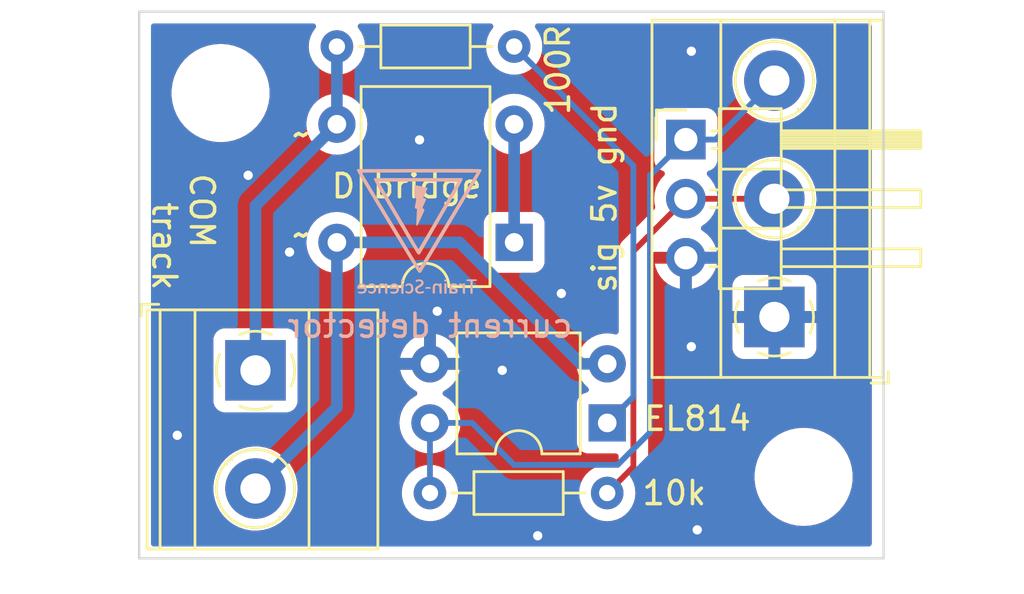
<source format=kicad_pcb>
(kicad_pcb (version 20211014) (generator pcbnew)
  (layers (0 "F.Cu" signal) (31 "B.Cu" signal) (34 "B.Paste" user) (35 "F.Paste" user) (36 "B.SilkS" user "B.Silkscreen") (37 "F.SilkS" user "F.Silkscreen") (38 "B.Mask" user) (39 "F.Mask" user) (44 "Edge.Cuts" user))
  (net 0 "")
  (net 1 "Net-(D1201-Pad1)")
  (net 2 "Net-(D1201-Pad3)")
  (net 3 "Net-(D1201-Pad4)")
  (net 4 "GND")
  (net 5 "+5V")
  (net 6 "sig")
  (net 7 "Net-(R1201-Pad2)")
  (footprint "Connector_PinHeader_2.54mm:PinHeader_1x03_P2.54mm_Horizontal" (layer "F.Cu") (at 173.5 96)
    (fp_text reference "J1203" hide)
    (fp_text value "ter")
    (fp_line (start 1.11 0.38) (end 1.44 0.38) (layer "F.SilkS") (width 0.12))
    (fp_line (start 10.1 0.38) (end 4.1 0.38) (layer "F.SilkS") (width 0.12))
    (fp_line (start 1.44 3.81) (end 4.1 3.81) (layer "F.SilkS") (width 0.12))
    (fp_line (start 4.1 6.41) (end 4.1 -1.33) (layer "F.SilkS") (width 0.12))
    (fp_line (start 4.1 2.16) (end 10.1 2.16) (layer "F.SilkS") (width 0.12))
    (fp_line (start 1.44 6.41) (end 4.1 6.41) (layer "F.SilkS") (width 0.12))
    (fp_line (start -1.27 0) (end -1.27 -1.27) (layer "F.SilkS") (width 0.12))
    (fp_line (start 1.042929 5.46) (end 1.44 5.46) (layer "F.SilkS") (width 0.12))
    (fp_line (start 1.042929 4.7) (end 1.44 4.7) (layer "F.SilkS") (width 0.12))
    (fp_line (start 4.1 -1.33) (end 1.44 -1.33) (layer "F.SilkS") (width 0.12))
    (fp_line (start 10.1 5.46) (end 4.1 5.46) (layer "F.SilkS") (width 0.12))
    (fp_line (start 4.1 -0.2) (end 10.1 -0.2) (layer "F.SilkS") (width 0.12))
    (fp_line (start 10.1 2.92) (end 4.1 2.92) (layer "F.SilkS") (width 0.12))
    (fp_line (start 4.1 -0.38) (end 10.1 -0.38) (layer "F.SilkS") (width 0.12))
    (fp_line (start 4.1 4.7) (end 10.1 4.7) (layer "F.SilkS") (width 0.12))
    (fp_line (start 4.1 0.04) (end 10.1 0.04) (layer "F.SilkS") (width 0.12))
    (fp_line (start 4.1 -0.32) (end 10.1 -0.32) (layer "F.SilkS") (width 0.12))
    (fp_line (start 10.1 4.7) (end 10.1 5.46) (layer "F.SilkS") (width 0.12))
    (fp_line (start 1.44 -1.33) (end 1.44 6.41) (layer "F.SilkS") (width 0.12))
    (fp_line (start 10.1 2.16) (end 10.1 2.92) (layer "F.SilkS") (width 0.12))
    (fp_line (start 4.1 -0.08) (end 10.1 -0.08) (layer "F.SilkS") (width 0.12))
    (fp_line (start -1.27 -1.27) (end 0 -1.27) (layer "F.SilkS") (width 0.12))
    (fp_line (start 4.1 0.16) (end 10.1 0.16) (layer "F.SilkS") (width 0.12))
    (fp_line (start 10.1 -0.38) (end 10.1 0.38) (layer "F.SilkS") (width 0.12))
    (fp_line (start 1.11 -0.38) (end 1.44 -0.38) (layer "F.SilkS") (width 0.12))
    (fp_line (start 1.042929 2.16) (end 1.44 2.16) (layer "F.SilkS") (width 0.12))
    (fp_line (start 4.1 0.28) (end 10.1 0.28) (layer "F.SilkS") (width 0.12))
    (fp_line (start 1.44 1.27) (end 4.1 1.27) (layer "F.SilkS") (width 0.12))
    (fp_line (start 1.042929 2.92) (end 1.44 2.92) (layer "F.SilkS") (width 0.12))
    (pad "1" thru_hole rect (at 0 0) (size 1.7 1.7) (drill 1) (layers *.Cu *.Mask) (net 6 "sig"))
    (pad "2" thru_hole oval (at 0 2.54) (size 1.7 1.7) (drill 1) (layers *.Cu *.Mask) (net 5 "+5V"))
    (pad "3" thru_hole oval (at 0 5.08) (size 1.7 1.7) (drill 1) (layers *.Cu *.Mask) (net 4 "GND"))
  )
  (footprint "MountingHole:MountingHole_3.2mm_M3" (layer "F.Cu") (at 153.5 94)
    (fp_text reference "REF**" hide)
    (fp_text value "MountingHole_3.2mm_M3")
    (pad "" np_thru_hole circle (at 0 0) (size 3.2 3.2) (drill 3.2) (layers F&B.Cu *.Mask))
  )
  (footprint "Resistor_THT:R_Axial_DIN0204_L3.6mm_D1.6mm_P7.62mm_Horizontal" (layer "F.Cu") (at 170.12 111.194 180)
    (fp_text reference "R1202" hide)
    (fp_text value "10k" (at -2.88 0) (layer "F.SilkS"))
    (fp_line (start 5.73 0.92) (end 5.73 -0.92) (layer "F.SilkS") (width 0.12))
    (fp_line (start 5.73 -0.92) (end 1.89 -0.92) (layer "F.SilkS") (width 0.12))
    (fp_line (start 1.89 -0.92) (end 1.89 0.92) (layer "F.SilkS") (width 0.12))
    (fp_line (start 0.94 0) (end 1.89 0) (layer "F.SilkS") (width 0.12))
    (fp_line (start 6.68 0) (end 5.73 0) (layer "F.SilkS") (width 0.12))
    (fp_line (start 1.89 0.92) (end 5.73 0.92) (layer "F.SilkS") (width 0.12))
    (pad "1" thru_hole circle (at 0 0 180) (size 1.4 1.4) (drill 0.7) (layers *.Cu *.Mask) (net 5 "+5V"))
    (pad "2" thru_hole oval (at 7.62 0 180) (size 1.4 1.4) (drill 0.7) (layers *.Cu *.Mask) (net 6 "sig"))
  )
  (footprint "MountingHole:MountingHole_3.2mm_M3" (layer "F.Cu") (at 178.562 110.5)
    (fp_text reference "REF**" hide)
    (fp_text value "MountingHole_3.2mm_M3")
    (pad "" np_thru_hole circle (at 0 0) (size 3.2 3.2) (drill 3.2) (layers *.Cu *.Mask))
  )
  (footprint "TerminalBlock_Phoenix:TerminalBlock_Phoenix_MKDS-1,5-3-5.08_1x03_P5.08mm_Horizontal" (layer "F.Cu") (at 177.305 103.625 90)
    (fp_text reference "J1202" hide)
    (fp_text value "ter")
    (fp_line (start 9.126 1.239) (end 9.091 1.274) (layer "F.SilkS") (width 0.12))
    (fp_line (start 8.933 1.023) (end 8.886 1.069) (layer "F.SilkS") (width 0.12))
    (fp_line (start 6.355 -1.069) (end 6.308 -1.023) (layer "F.SilkS") (width 0.12))
    (fp_line (start -2.84 4.16) (end -2.84 4.9) (layer "F.SilkS") (width 0.12))
    (fp_line (start 3.853 1.023) (end 3.806 1.069) (layer "F.SilkS") (width 0.12))
    (fp_line (start -2.6 4.1) (end 12.76 4.1) (layer "F.SilkS") (width 0.12))
    (fp_line (start -2.6 -5.261) (end -2.6 4.66) (layer "F.SilkS") (width 0.12))
    (fp_line (start -2.6 -5.261) (end 12.76 -5.261) (layer "F.SilkS") (width 0.12))
    (fp_line (start 11.23 -1.275) (end 11.195 -1.239) (layer "F.SilkS") (width 0.12))
    (fp_line (start -2.6 4.66) (end 12.76 4.66) (layer "F.SilkS") (width 0.12))
    (fp_line (start 6.15 -1.275) (end 6.115 -1.239) (layer "F.SilkS") (width 0.12))
    (fp_line (start -2.84 4.9) (end -2.34 4.9) (layer "F.SilkS") (width 0.12))
    (fp_line (start -2.6 -2.301) (end 12.76 -2.301) (layer "F.SilkS") (width 0.12))
    (fp_line (start 4.046 1.239) (end 4.011 1.274) (layer "F.SilkS") (width 0.12))
    (fp_line (start 11.435 -1.069) (end 11.388 -1.023) (layer "F.SilkS") (width 0.12))
    (fp_line (start 12.76 -5.261) (end 12.76 4.66) (layer "F.SilkS") (width 0.12))
    (fp_line (start -2.6 2.6) (end 12.76 2.6) (layer "F.SilkS") (width 0.12))
    (fp_arc (start -0.683042 -1.535427) (mid 0.000524 -1.680501) (end 0.684 -1.535) (layer "F.SilkS") (width 0.12))
    (fp_arc (start -1.535427 0.683042) (mid -1.680501 -0.000524) (end -1.535 -0.684) (layer "F.SilkS") (width 0.12))
    (fp_arc (start 1.535427 -0.683042) (mid 1.680501 0.000524) (end 1.535 0.684) (layer "F.SilkS") (width 0.12))
    (fp_arc (start 0.028805 1.680253) (mid -0.335551 1.646659) (end -0.684 1.535) (layer "F.SilkS") (width 0.12))
    (fp_arc (start 0.683318 1.534756) (mid 0.349292 1.643288) (end 0 1.68) (layer "F.SilkS") (width 0.12))
    (fp_circle (center 5.08 0) (end 6.76 0) (layer "F.SilkS") (width 0.12) (fill none))
    (fp_circle (center 10.16 0) (end 11.84 0) (layer "F.SilkS") (width 0.12) (fill none))
    (pad "1" thru_hole rect (at 0 0 90) (size 2.6 2.6) (drill 1.3) (layers *.Cu *.Mask) (net 4 "GND"))
    (pad "2" thru_hole circle (at 5.08 0 90) (size 2.6 2.6) (drill 1.3) (layers *.Cu *.Mask) (net 5 "+5V"))
    (pad "3" thru_hole circle (at 10.16 0 90) (size 2.6 2.6) (drill 1.3) (layers *.Cu *.Mask) (net 6 "sig"))
  )
  (footprint "TerminalBlock_Phoenix:TerminalBlock_Phoenix_MKDS-1,5-2-5.08_1x02_P5.08mm_Horizontal" (layer "F.Cu") (at 155 105.92 -90)
    (fp_text reference "J1201" hide)
    (fp_text value "tracks")
    (fp_line (start 6.355 -1.069) (end 6.308 -1.023) (layer "F.SilkS") (width 0.12))
    (fp_line (start 3.853 1.023) (end 3.806 1.069) (layer "F.SilkS") (width 0.12))
    (fp_line (start -2.6 -5.261) (end -2.6 4.66) (layer "F.SilkS") (width 0.12))
    (fp_line (start 6.15 -1.275) (end 6.115 -1.239) (layer "F.SilkS") (width 0.12))
    (fp_line (start 4.046 1.239) (end 4.011 1.274) (layer "F.SilkS") (width 0.12))
    (fp_line (start -2.6 4.66) (end 7.68 4.66) (layer "F.SilkS") (width 0.12))
    (fp_line (start -2.84 4.16) (end -2.84 4.9) (layer "F.SilkS") (width 0.12))
    (fp_line (start -2.6 -5.261) (end 7.68 -5.261) (layer "F.SilkS") (width 0.12))
    (fp_line (start -2.84 4.9) (end -2.34 4.9) (layer "F.SilkS") (width 0.12))
    (fp_line (start -2.6 -2.301) (end 7.68 -2.301) (layer "F.SilkS") (width 0.12))
    (fp_line (start -2.6 2.6) (end 7.68 2.6) (layer "F.SilkS") (width 0.12))
    (fp_line (start -2.6 4.1) (end 7.68 4.1) (layer "F.SilkS") (width 0.12))
    (fp_line (start 7.68 -5.261) (end 7.68 4.66) (layer "F.SilkS") (width 0.12))
    (fp_arc (start -0.683042 -1.535427) (mid 0.000524 -1.680501) (end 0.684 -1.535) (layer "F.SilkS") (width 0.12))
    (fp_arc (start -1.535427 0.683042) (mid -1.680501 -0.000524) (end -1.535 -0.684) (layer "F.SilkS") (width 0.12))
    (fp_arc (start 0.028805 1.680253) (mid -0.335551 1.646659) (end -0.684 1.535) (layer "F.SilkS") (width 0.12))
    (fp_arc (start 1.535427 -0.683042) (mid 1.680501 0.000524) (end 1.535 0.684) (layer "F.SilkS") (width 0.12))
    (fp_arc (start 0.683318 1.534756) (mid 0.349292 1.643288) (end 0 1.68) (layer "F.SilkS") (width 0.12))
    (fp_circle (center 5.08 0) (end 6.76 0) (layer "F.SilkS") (width 0.12) (fill none))
    (pad "1" thru_hole rect (at 0 0 270) (size 2.6 2.6) (drill 1.3) (layers *.Cu *.Mask) (net 2 "Net-(D1201-Pad3)"))
    (pad "2" thru_hole circle (at 5.08 0 270) (size 2.6 2.6) (drill 1.3) (layers *.Cu *.Mask) (net 3 "Net-(D1201-Pad4)"))
  )
  (footprint "Diode_THT:Diode_Bridge_DIP-4_W7.62mm_P5.08mm" (layer "F.Cu") (at 166.12 100.42 180)
    (fp_text reference "D1201" hide)
    (fp_text value "D")
    (fp_line (start 1.04 -1.9) (end 1.04 6.7) (layer "F.SilkS") (width 0.12))
    (fp_line (start 6.58 -1.9) (end 4.81 -1.9) (layer "F.SilkS") (width 0.12))
    (fp_line (start 2.81 -1.9) (end 1.04 -1.9) (layer "F.SilkS") (width 0.12))
    (fp_line (start 1.04 6.7) (end 6.58 6.7) (layer "F.SilkS") (width 0.12))
    (fp_line (start 6.58 6.7) (end 6.58 -1.9) (layer "F.SilkS") (width 0.12))
    (fp_arc (start 4.81 -1.9) (mid 3.81 -0.9) (end 2.81 -1.9) (layer "F.SilkS") (width 0.12))
    (pad "1" thru_hole rect (at 0 0 180) (size 1.6 1.6) (drill 0.8) (layers *.Cu *.Mask) (net 1 "Net-(D1201-Pad1)"))
    (pad "2" thru_hole oval (at 0 5.08 180) (size 1.6 1.6) (drill 0.8) (layers *.Cu *.Mask) (net 1 "Net-(D1201-Pad1)"))
    (pad "3" thru_hole oval (at 7.62 5.08 180) (size 1.6 1.6) (drill 0.8) (layers *.Cu *.Mask) (net 2 "Net-(D1201-Pad3)"))
    (pad "4" thru_hole oval (at 7.62 0 180) (size 1.6 1.6) (drill 0.8) (layers *.Cu *.Mask) (net 3 "Net-(D1201-Pad4)"))
  )
  (footprint "Resistor_THT:R_Axial_DIN0204_L3.6mm_D1.6mm_P7.62mm_Horizontal" (layer "F.Cu") (at 158.5 92)
    (fp_text reference "R1201" hide)
    (fp_text value "100R" (at 9.5 1 90) (layer "F.SilkS"))
    (fp_line (start 1.89 -0.92) (end 1.89 0.92) (layer "F.SilkS") (width 0.12))
    (fp_line (start 5.73 0.92) (end 5.73 -0.92) (layer "F.SilkS") (width 0.12))
    (fp_line (start 0.94 0) (end 1.89 0) (layer "F.SilkS") (width 0.12))
    (fp_line (start 1.89 0.92) (end 5.73 0.92) (layer "F.SilkS") (width 0.12))
    (fp_line (start 5.73 -0.92) (end 1.89 -0.92) (layer "F.SilkS") (width 0.12))
    (fp_line (start 6.68 0) (end 5.73 0) (layer "F.SilkS") (width 0.12))
    (pad "1" thru_hole circle (at 0 0) (size 1.4 1.4) (drill 0.7) (layers *.Cu *.Mask) (net 2 "Net-(D1201-Pad3)"))
    (pad "2" thru_hole oval (at 7.62 0) (size 1.4 1.4) (drill 0.7) (layers *.Cu *.Mask) (net 7 "Net-(R1201-Pad2)"))
  )
  (footprint "Package_DIP:DIP-4_W7.62mm" (layer "F.Cu") (at 170.12 108.18 180)
    (fp_text reference "U1201" hide)
    (fp_text value "EL814" (at -3.88 0.18 180) (layer "F.SilkS"))
    (fp_line (start 1.16 -1.33) (end 1.16 3.87) (layer "F.SilkS") (width 0.12))
    (fp_line (start 2.81 -1.33) (end 1.16 -1.33) (layer "F.SilkS") (width 0.12))
    (fp_line (start 6.46 -1.33) (end 4.81 -1.33) (layer "F.SilkS") (width 0.12))
    (fp_line (start 1.16 3.87) (end 6.46 3.87) (layer "F.SilkS") (width 0.12))
    (fp_line (start 6.46 3.87) (end 6.46 -1.33) (layer "F.SilkS") (width 0.12))
    (fp_arc (start 4.81 -1.33) (mid 3.81 -0.33) (end 2.81 -1.33) (layer "F.SilkS") (width 0.12))
    (pad "1" thru_hole rect (at 0 0 180) (size 1.6 1.6) (drill 0.8) (layers *.Cu *.Mask) (net 7 "Net-(R1201-Pad2)"))
    (pad "2" thru_hole oval (at 0 2.54 180) (size 1.6 1.6) (drill 0.8) (layers *.Cu *.Mask) (net 3 "Net-(D1201-Pad4)"))
    (pad "3" thru_hole oval (at 7.62 2.54 180) (size 1.6 1.6) (drill 0.8) (layers *.Cu *.Mask) (net 4 "GND"))
    (pad "4" thru_hole oval (at 7.62 0 180) (size 1.6 1.6) (drill 0.8) (layers *.Cu *.Mask) (net 6 "sig"))
  )
  (footprint "kicad_images:Train-Science logo extra small" (layer "B.Cu") (at 162 100 180)
    (fp_text reference "G***" hide)
    (fp_text value "LOGO" hide)
    (fp_poly (pts (xy 2.072112 -2.190956) (xy 2.124247 -2.216735) (xy 2.154036 -2.252216) (xy 2.154868 -2.286779) (xy 2.142108 -2.310032) (xy 2.123704 -2.304382) (xy 2.106702 -2.289785) (xy 2.053139 -2.262979) (xy 1.992251 -2.262345) (xy 1.941646 -2.288016) (xy 1.94112 -2.288537) (xy 1.919354 -2.332273) (xy 1.911043 -2.395105) (xy 1.916187 -2.459948) (xy 1.934785 -2.509718) (xy 1.94112 -2.51739) (xy 1.991469 -2.543413) (xy 2.052336 -2.543129) (xy 2.106113 -2.516671) (xy 2.106702 -2.516142) (xy 2.133846 -2.49538) (xy 2.147895 -2.503056) (xy 2.154868 -2.519148) (xy 2.152137 -2.558319) (xy 2.119189 -2.592887) (xy 2.064389 -2.616999) (xy 2.003672 -2.624924) (xy 1.940682 -2.616497) (xy 1.888878 -2.585336) (xy 1.86844 -2.566243) (xy 1.835965 -2.53065) (xy 1.819472 -2.498122) (xy 1.814986 -2.454662) (xy 1.81829 -2.389623) (xy 1.836547 -2.292122) (xy 1.875929 -2.226132) (xy 1.93806 -2.189851) (xy 2.006233 -2.181003)) (layer "B.SilkS") (width 0) (fill solid))
    (fp_poly (pts (xy 0.726313 -2.017804) (xy 0.740691 -2.036968) (xy 0.744356 -2.078768) (xy 0.715254 -2.100383) (xy 0.682701 -2.103799) (xy 0.64718 -2.09718) (xy 0.639285 -2.070697) (xy 0.640413 -2.060372) (xy 0.659161 -2.025477) (xy 0.692883 -2.0101)) (layer "B.SilkS") (width 0) (fill solid))
    (fp_poly (pts (xy -1.126574 -2.017804) (xy -1.112197 -2.036968) (xy -1.108531 -2.078768) (xy -1.137633 -2.100383) (xy -1.170187 -2.103799) (xy -1.205707 -2.09718) (xy -1.213602 -2.070697) (xy -1.212475 -2.060372) (xy -1.193726 -2.025477) (xy -1.160005 -2.0101)) (layer "B.SilkS") (width 0) (fill solid))
    (fp_poly (pts (xy -2.200106 -2.007669) (xy -2.13421 -2.009497) (xy -2.094159 -2.013835) (xy -2.073573 -2.02174) (xy -2.066075 -2.034267) (xy -2.065198 -2.045897) (xy -2.070881 -2.07002) (xy -2.094478 -2.081427) (xy -2.145812 -2.084484) (xy -2.152052 -2.084499) (xy -2.238906 -2.084499) (xy -2.238906 -2.624924) (xy -2.33541 -2.624924) (xy -2.33541 -2.086614) (xy -2.426916 -2.080731) (xy -2.487224 -2.072868) (xy -2.51744 -2.057099) (xy -2.524836 -2.041072) (xy -2.52432 -2.026811) (xy -2.512291 -2.01722) (xy -2.482653 -2.011388) (xy -2.42931 -2.008408) (xy -2.346166 -2.00737) (xy -2.298224 -2.007295)) (layer "B.SilkS") (width 0) (fill solid))
    (fp_poly (pts (xy -1.442096 -2.185799) (xy -1.394854 -2.204002) (xy -1.364141 -2.241338) (xy -1.34609 -2.303531) (xy -1.336833 -2.396306) (xy -1.334848 -2.439941) (xy -1.328283 -2.617699) (xy -1.471473 -2.62062) (xy -1.565443 -2.618701) (xy -1.627965 -2.607787) (xy -1.656572 -2.594186) (xy -1.689513 -2.550255) (xy -1.697789 -2.492626) (xy -1.694659 -2.482972) (xy -1.596809 -2.482972) (xy -1.595494 -2.517472) (xy -1.569133 -2.539601) (xy -1.523793 -2.547288) (xy -1.476622 -2.539689) (xy -1.451429 -2.524559) (xy -1.431509 -2.486329) (xy -1.428268 -2.464131) (xy -1.433578 -2.440308) (xy -1.456532 -2.433472) (xy -1.49898 -2.438339) (xy -1.565777 -2.456134) (xy -1.596809 -2.482972) (xy -1.694659 -2.482972) (xy -1.680168 -2.438278) (xy -1.668878 -2.424371) (xy -1.627712 -2.398541) (xy -1.565442 -2.374625) (xy -1.499369 -2.35844) (xy -1.462044 -2.354819) (xy -1.433348 -2.341718) (xy -1.432414 -2.307443) (xy -1.445968 -2.279437) (xy -1.467954 -2.263857) (xy -1.512198 -2.259495) (xy -1.571128 -2.263567) (xy -1.634915 -2.268059) (xy -1.668379 -2.263989) (xy -1.679069 -2.250256) (xy -1.679179 -2.247841) (xy -1.661171 -2.214242) (xy -1.610156 -2.191488) (xy -1.53065 -2.18136) (xy -1.509732 -2.181003)) (layer "B.SilkS") (width 0) (fill solid))
    (fp_poly (pts (xy -1.119453 -2.624924) (xy -1.215958 -2.624924) (xy -1.215958 -2.181003) (xy -1.119453 -2.181003)) (layer "B.SilkS") (width 0) (fill solid))
    (fp_poly (pts (xy 2.513262 -2.19758) (xy 2.574089 -2.240898) (xy 2.614355 -2.301333) (xy 2.624924 -2.353227) (xy 2.624924 -2.412614) (xy 2.470517 -2.412614) (xy 2.393454 -2.413475) (xy 2.347256 -2.417297) (xy 2.324202 -2.425943) (xy 2.316572 -2.441273) (xy 2.316109 -2.449837) (xy 2.330299 -2.503072) (xy 2.373849 -2.534374) (xy 2.448233 -2.544508) (xy 2.493539 -2.542243) (xy 2.558568 -2.538293) (xy 2.593253 -2.542247) (xy 2.605262 -2.555297) (xy 2.605623 -2.559679) (xy 2.588548 -2.590828) (xy 2.54406 -2.612228) (xy 2.482265 -2.623208) (xy 2.413269 -2.623098) (xy 2.347179 -2.611227) (xy 2.2941 -2.586925) (xy 2.286335 -2.58086) (xy 2.247287 -2.532342) (xy 2.227312 -2.464478) (xy 2.224882 -2.446074) (xy 2.227269 -2.343018) (xy 2.236445 -2.31997) (xy 2.316109 -2.31997) (xy 2.333565 -2.328427) (xy 2.378593 -2.334035) (xy 2.422264 -2.33541) (xy 2.480406 -2.332871) (xy 2.518964 -2.326322) (xy 2.528419 -2.31997) (xy 2.511143 -2.286947) (xy 2.467073 -2.264306) (xy 2.422264 -2.258207) (xy 2.365507 -2.268259) (xy 2.326592 -2.293899) (xy 2.316109 -2.31997) (xy 2.236445 -2.31997) (xy 2.258961 -2.263418) (xy 2.318189 -2.209435) (xy 2.403182 -2.183229) (xy 2.442091 -2.181003)) (layer "B.SilkS") (width 0) (fill solid))
    (fp_poly (pts (xy 0.048233 -2.016729) (xy 0.098011 -2.04339) (xy 0.115804 -2.084815) (xy 0.115805 -2.085178) (xy 0.102031 -2.115739) (xy 0.072745 -2.122259) (xy 0.048252 -2.103799) (xy 0.019552 -2.088475) (xy -0.028396 -2.085147) (xy -0.07846 -2.092899) (xy -0.113509 -2.110817) (xy -0.115037 -2.112524) (xy -0.130725 -2.15607) (xy -0.108498 -2.202273) (xy -0.04889 -2.250355) (xy -0.002415 -2.276288) (xy 0.081602 -2.327613) (xy 0.129929 -2.380905) (xy 0.145383 -2.440825) (xy 0.134193 -2.502236) (xy 0.098374 -2.563371) (xy 0.057253 -2.596308) (xy -0.011058 -2.61793) (xy -0.090529 -2.623721) (xy -0.164493 -2.61377) (xy -0.208016 -2.594878) (xy -0.241994 -2.561284) (xy -0.251396 -2.531581) (xy -0.236285 -2.515128) (xy -0.207485 -2.517524) (xy -0.118149 -2.538086) (xy -0.044971 -2.543267) (xy 0.003495 -2.532632) (xy 0.009466 -2.528573) (xy 0.037084 -2.485332) (xy 0.033179 -2.435705) (xy 0.001689 -2.388562) (xy -0.05345 -2.352773) (xy -0.071396 -2.346355) (xy -0.112769 -2.324951) (xy -0.161824 -2.288201) (xy -0.172726 -2.278426) (xy -0.219263 -2.215139) (xy -0.231246 -2.150779) (xy -0.212014 -2.091638) (xy -0.164905 -2.044013) (xy -0.093256 -2.014199) (xy -0.028952 -2.007295)) (layer "B.SilkS") (width 0) (fill solid))
    (fp_poly (pts (xy -0.707308 -2.189663) (xy -0.663479 -2.218624) (xy -0.635598 -2.272362) (xy -0.621173 -2.35535) (xy -0.617629 -2.453819) (xy -0.618028 -2.535305) (xy -0.620633 -2.585674) (xy -0.627552 -2.61241) (xy -0.640899 -2.622997) (xy -0.662782 -2.62492) (xy -0.665882 -2.624924) (xy -0.68991 -2.623254) (xy -0.704249 -2.612967) (xy -0.7114 -2.586147) (xy -0.713862 -2.534877) (xy -0.714134 -2.472095) (xy -0.715556 -2.395622) (xy -0.719322 -2.331846) (xy -0.724676 -2.29256) (xy -0.725849 -2.288737) (xy -0.753462 -2.263545) (xy -0.800164 -2.26112) (xy -0.85384 -2.281505) (xy -0.864247 -2.288253) (xy -0.885996 -2.307597) (xy -0.898891 -2.334302) (xy -0.905174 -2.377949) (xy -0.907085 -2.448121) (xy -0.907143 -2.471611) (xy -0.907666 -2.547861) (xy -0.910894 -2.593413) (xy -0.919314 -2.616171) (xy -0.935414 -2.624039) (xy -0.955395 -2.624924) (xy -1.003648 -2.624924) (xy -1.003648 -2.402964) (xy -1.003415 -2.307802) (xy -1.001798 -2.24467) (xy -0.997414 -2.206996) (xy -0.988884 -2.188208) (xy -0.974824 -2.181734) (xy -0.957004 -2.181003) (xy -0.917752 -2.189839) (xy -0.901514 -2.205129) (xy -0.888625 -2.219577) (xy -0.867094 -2.205129) (xy -0.831691 -2.189067) (xy -0.778237 -2.181171) (xy -0.769577 -2.181003)) (layer "B.SilkS") (width 0) (fill solid))
    (fp_poly (pts (xy 0.733434 -2.624924) (xy 0.63693 -2.624924) (xy 0.63693 -2.181003) (xy 0.733434 -2.181003)) (layer "B.SilkS") (width 0) (fill solid))
    (fp_poly (pts (xy 1.628102 -2.189663) (xy 1.671931 -2.218624) (xy 1.699812 -2.272362) (xy 1.714238 -2.35535) (xy 1.717781 -2.453819) (xy 1.717382 -2.535305) (xy 1.714778 -2.585674) (xy 1.707858 -2.61241) (xy 1.694512 -2.622997) (xy 1.672629 -2.62492) (xy 1.669529 -2.624924) (xy 1.645501 -2.623254) (xy 1.631161 -2.612967) (xy 1.62401 -2.586147) (xy 1.621549 -2.534877) (xy 1.621276 -2.472095) (xy 1.619854 -2.395622) (xy 1.616089 -2.331846) (xy 1.610734 -2.29256) (xy 1.609561 -2.288737) (xy 1.581948 -2.263545) (xy 1.535246 -2.26112) (xy 1.48157 -2.281505) (xy 1.471164 -2.288253) (xy 1.449414 -2.307597) (xy 1.436519 -2.334302) (xy 1.430236 -2.377949) (xy 1.428325 -2.448121) (xy 1.428267 -2.471611) (xy 1.427744 -2.547861) (xy 1.424516 -2.593413) (xy 1.416096 -2.616171) (xy 1.399996 -2.624039) (xy 1.380015 -2.624924) (xy 1.331763 -2.624924) (xy 1.331763 -2.402964) (xy 1.331995 -2.307802) (xy 1.333612 -2.24467) (xy 1.337996 -2.206996) (xy 1.346527 -2.188208) (xy 1.360586 -2.181734) (xy 1.378407 -2.181003) (xy 1.417658 -2.189839) (xy 1.433897 -2.205129) (xy 1.446785 -2.219577) (xy 1.468317 -2.205129) (xy 1.503719 -2.189067) (xy 1.557173 -2.181171) (xy 1.565833 -2.181003)) (layer "B.SilkS") (width 0) (fill solid))
    (fp_poly (pts (xy 0.470136 -2.190956) (xy 0.522272 -2.216735) (xy 0.552061 -2.252216) (xy 0.552892 -2.286779) (xy 0.540132 -2.310032) (xy 0.521729 -2.304382) (xy 0.504727 -2.289785) (xy 0.451163 -2.262979) (xy 0.390275 -2.262345) (xy 0.33967 -2.288016) (xy 0.339144 -2.288537) (xy 0.317742 -2.331299) (xy 0.308868 -2.397127) (xy 0.308814 -2.402964) (xy 0.316518 -2.470009) (xy 0.337059 -2.515157) (xy 0.339144 -2.51739) (xy 0.389493 -2.543413) (xy 0.45036 -2.543129) (xy 0.504137 -2.516671) (xy 0.504727 -2.516142) (xy 0.531871 -2.49538) (xy 0.545919 -2.503056) (xy 0.552892 -2.519148) (xy 0.550161 -2.558319) (xy 0.517214 -2.592887) (xy 0.462413 -2.616999) (xy 0.401696 -2.624924) (xy 0.338706 -2.616497) (xy 0.286902 -2.585336) (xy 0.266464 -2.566243) (xy 0.23399 -2.53065) (xy 0.217496 -2.498122) (xy 0.21301 -2.454662) (xy 0.216314 -2.389623) (xy 0.234571 -2.292122) (xy 0.273953 -2.226132) (xy 0.336085 -2.189851) (xy 0.404257 -2.181003)) (layer "B.SilkS") (width 0) (fill solid))
    (fp_poly (pts (xy -0.367363 -2.338582) (xy -0.319727 -2.351571) (xy -0.294204 -2.374803) (xy -0.293084 -2.378837) (xy -0.294347 -2.397077) (xy -0.312035 -2.407325) (xy -0.353942 -2.411769) (xy -0.413555 -2.412614) (xy -0.484592 -2.410671) (xy -0.524229 -2.403784) (xy -0.53952 -2.390362) (xy -0.540426 -2.38403) (xy -0.523644 -2.358558) (xy -0.481252 -2.342326) (xy -0.425182 -2.335583)) (layer "B.SilkS") (width 0) (fill solid))
    (fp_poly (pts (xy 0.150175 2.037262) (xy 0.154869 2.014727) (xy 0.159603 1.961211) (xy 0.163869 1.884333) (xy 0.167162 1.791711) (xy 0.167569 1.775743) (xy 0.169759 1.673339) (xy 0.169869 1.602577) (xy 0.166925 1.556512) (xy 0.159954 1.528198) (xy 0.147982 1.510692) (xy 0.130034 1.497049) (xy 0.12833 1.495929) (xy 0.106343 1.477105) (xy 0.094636 1.451334) (xy 0.09303 1.411229) (xy 0.101348 1.349403) (xy 0.119413 1.258471) (xy 0.122301 1.244909) (xy 0.140411 1.155685) (xy 0.148735 1.096849) (xy 0.146766 1.061318) (xy 0.133995 1.042009) (xy 0.109913 1.031839) (xy 0.106948 1.031073) (xy 0.056354 1.018375) (xy 0.067811 0.803526) (xy 0.073361 0.700465) (xy 0.079032 0.596846) (xy 0.084004 0.507572) (xy 0.086391 0.465728) (xy 0.088572 0.36956) (xy 0.081777 0.31093) (xy 0.065975 0.289825) (xy 0.041135 0.306232) (xy 0.007226 0.360136) (xy -0.021752 0.419795) (xy -0.056891 0.497371) (xy -0.091022 0.572933) (xy -0.115481 0.62728) (xy -0.141468 0.684714) (xy -0.176101 0.760597) (xy -0.211287 0.837205) (xy -0.246103 0.920813) (xy -0.25952 0.977777) (xy -0.251563 1.013563) (xy -0.222259 1.033637) (xy -0.212213 1.036682) (xy -0.181115 1.046874) (xy -0.173708 1.051749) (xy -0.181048 1.071874) (xy -0.200227 1.117432) (xy -0.226988 1.178773) (xy -0.257072 1.246244) (xy -0.286218 1.310195) (xy -0.310044 1.360714) (xy -0.332098 1.409483) (xy -0.336669 1.436627) (xy -0.32435 1.45463) (xy -0.31486 1.462044) (xy -0.2711 1.482378) (xy -0.247223 1.48617) (xy -0.217862 1.489823) (xy -0.21231 1.4941) (xy -0.219906 1.51504) (xy -0.2399 1.561656) (xy -0.268097 1.624772) (xy -0.300305 1.69521) (xy -0.33233 1.763791) (xy -0.359979 1.821338) (xy -0.378004 1.856753) (xy -0.395457 1.894623) (xy -0.390765 1.914701) (xy -0.372067 1.926848) (xy -0.319755 1.946586) (xy -0.236962 1.966055) (xy -0.164058 1.979219) (xy -0.114212 1.988993) (xy -0.043976 2.004504) (xy 0.016327 2.018748) (xy 0.080588 2.032421) (xy 0.128954 2.038984)) (layer "B.SilkS") (width 0) (fill solid))
    (fp_poly (pts (xy 1.123597 -2.19758) (xy 1.184423 -2.240898) (xy 1.22469 -2.301333) (xy 1.235258 -2.353227) (xy 1.235258 -2.412614) (xy 1.080851 -2.412614) (xy 1.003788 -2.413475) (xy 0.95759 -2.417297) (xy 0.934537 -2.425943) (xy 0.926907 -2.441273) (xy 0.926444 -2.449837) (xy 0.940633 -2.503072) (xy 0.984183 -2.534374) (xy 1.058567 -2.544508) (xy 1.103874 -2.542243) (xy 1.168903 -2.538293) (xy 1.203587 -2.542247) (xy 1.215596 -2.555297) (xy 1.215957 -2.559679) (xy 1.198882 -2.590828) (xy 1.154394 -2.612228) (xy 1.092599 -2.623208) (xy 1.023603 -2.623098) (xy 0.957513 -2.611227) (xy 0.904434 -2.586925) (xy 0.89667 -2.58086) (xy 0.857621 -2.532342) (xy 0.837646 -2.464478) (xy 0.835217 -2.446074) (xy 0.837603 -2.343018) (xy 0.84678 -2.31997) (xy 0.926444 -2.31997) (xy 0.943899 -2.328427) (xy 0.988927 -2.334035) (xy 1.032599 -2.33541) (xy 1.09074 -2.332871) (xy 1.129298 -2.326322) (xy 1.138754 -2.31997) (xy 1.121477 -2.286947) (xy 1.077407 -2.264306) (xy 1.032599 -2.258207) (xy 0.975841 -2.268259) (xy 0.936926 -2.293899) (xy 0.926444 -2.31997) (xy 0.84678 -2.31997) (xy 0.869296 -2.263418) (xy 0.928523 -2.209435) (xy 1.013516 -2.183229) (xy 1.052426 -2.181003)) (layer "B.SilkS") (width 0) (fill solid))
    (fp_poly (pts (xy 1.906094 2.296808) (xy 1.900001 2.275901) (xy 1.879419 2.231428) (xy 1.843801 2.162423) (xy 1.792601 2.067921) (xy 1.725272 1.946953) (xy 1.641268 1.798555) (xy 1.540041 1.62176) (xy 1.421046 1.415601) (xy 1.283736 1.179111) (xy 1.127564 0.911325) (xy 0.978323 0.656231) (xy 0.820564 0.387063) (xy 0.681026 0.149372) (xy 0.558541 -0.058745) (xy 0.45194 -0.23919) (xy 0.360056 -0.393866) (xy 0.28172 -0.524675) (xy 0.215764 -0.63352) (xy 0.16102 -0.722304) (xy 0.11632 -0.792928) (xy 0.080495 -0.847296) (xy 0.052377 -0.887309) (xy 0.030799 -0.91487) (xy 0.014591 -0.931882) (xy 0.002586 -0.940248) (xy -0.002979 -0.941895) (xy -0.047261 -0.937287) (xy -0.070916 -0.922594) (xy -0.083197 -0.902588) (xy -0.113429 -0.851529) (xy -0.160236 -0.771778) (xy -0.222244 -0.665697) (xy -0.298077 -0.53565) (xy -0.386362 -0.383997) (xy -0.485723 -0.213102) (xy -0.594784 -0.025327) (xy -0.712171 0.176967) (xy -0.83651 0.391416) (xy -0.966424 0.61566) (xy -0.995506 0.665881) (xy -1.165143 0.959293) (xy -1.315622 1.220525) (xy -1.447505 1.450583) (xy -1.561353 1.650471) (xy -1.657728 1.821196) (xy -1.737191 1.963762) (xy -1.800303 2.079175) (xy -1.847627 2.168441) (xy -1.858745 2.190653) (xy -1.697344 2.190653) (xy -0.856031 0.737334) (xy -0.730231 0.52037) (xy -0.60987 0.313465) (xy -0.496353 0.118994) (xy -0.391087 -0.060665) (xy -0.295477 -0.223135) (xy -0.210928 -0.366039) (xy -0.138846 -0.487002) (xy -0.080637 -0.583645) (xy -0.037705 -0.653592) (xy -0.011457 -0.694467) (xy -0.003328 -0.704595) (xy 0.007916 -0.686596) (xy 0.037217 -0.637697) (xy 0.083149 -0.56032) (xy 0.144285 -0.456889) (xy 0.219199 -0.329827) (xy 0.306463 -0.181557) (xy 0.404653 -0.014503) (xy 0.512341 0.168913) (xy 0.628101 0.366266) (xy 0.750507 0.575135) (xy 0.85216 0.748724) (xy 1.696258 2.190653) (xy 0.848129 2.195679) (xy 0.624791 2.19672) (xy 0.374207 2.197402) (xy 0.107732 2.197724) (xy -0.163278 2.197687) (xy -0.42747 2.197292) (xy -0.673489 2.196537) (xy -0.848672 2.195679) (xy -1.697344 2.190653) (xy -1.858745 2.190653) (xy -1.879723 2.232564) (xy -1.897152 2.27255) (xy -1.900939 2.287158) (xy -1.90114 2.345061) (xy 1.90114 2.345061)) (layer "B.SilkS") (width 0) (fill solid))
    (fp_poly (pts (xy -1.305349 2.737947) (xy -1.034076 2.737646) (xy -0.729841 2.737196) (xy -0.390734 2.736619) (xy -0.033061 2.735972) (xy 2.634574 2.731079) (xy 2.63944 2.682827) (xy 2.633657 2.664429) (xy 2.614339 2.624487) (xy 2.580936 2.562066) (xy 2.532894 2.476229) (xy 2.469664 2.366041) (xy 2.390692 2.230566) (xy 2.295428 2.068868) (xy 2.18332 1.880011) (xy 2.053816 1.66306) (xy 1.906365 1.41708) (xy 1.740416 1.141133) (xy 1.555416 0.834285) (xy 1.350814 0.495599) (xy 1.325401 0.453571) (xy 1.134462 0.137924) (xy 0.962408 -0.14626) (xy 0.808227 -0.400597) (xy 0.670906 -0.626704) (xy 0.549435 -0.826198) (xy 0.4428 -1.000694) (xy 0.34999 -1.151809) (xy 0.269993 -1.281159) (xy 0.201798 -1.39036) (xy 0.144392 -1.481029) (xy 0.096763 -1.554782) (xy 0.057899 -1.613236) (xy 0.026789 -1.658006) (xy 0.002421 -1.690709) (xy -0.016218 -1.712962) (xy -0.030139 -1.72638) (xy -0.040354 -1.73258) (xy -0.043796 -1.733422) (xy -0.093671 -1.725004) (xy -0.122819 -1.694821) (xy -0.136125 -1.67304) (xy -0.168081 -1.620147) (xy -0.21749 -1.538135) (xy -0.283153 -1.428999) (xy -0.363872 -1.294734) (xy -0.458449 -1.137335) (xy -0.565686 -0.958796) (xy -0.684385 -0.761112) (xy -0.813348 -0.546277) (xy -0.951377 -0.316288) (xy -1.097274 -0.073137) (xy -1.249841 0.18118) (xy -1.407879 0.444668) (xy -1.445985 0.508207) (xy -1.636234 0.825575) (xy -1.807442 1.111491) (xy -1.96053 1.367545) (xy -2.096421 1.595325) (xy -2.216037 1.796418) (xy -2.3203 1.972412) (xy -2.410131 2.124897) (xy -2.486453 2.255459) (xy -2.550187 2.365687) (xy -2.602256 2.45717) (xy -2.643581 2.531494) (xy -2.667805 2.576672) (xy -2.50527 2.576672) (xy -1.27688 0.529296) (xy -0.048491 -1.51808) (xy 0.115686 -1.246781) (xy 0.148286 -1.192895) (xy 0.199291 -1.108563) (xy 0.267136 -0.996375) (xy 0.350257 -0.858919) (xy 0.447086 -0.698785) (xy 0.556059 -0.518561) (xy 0.675611 -0.320837) (xy 0.804176 -0.108201) (xy 0.940188 0.116758) (xy 1.082083 0.35145) (xy 1.228295 0.593287) (xy 1.353628 0.800595) (xy 2.427394 2.576672) (xy 1.194396 2.581639) (xy 0.928307 2.582517) (xy 0.63304 2.583151) (xy 0.318017 2.583541) (xy -0.007339 2.583686) (xy -0.333606 2.583588) (xy -0.651362 2.583245) (xy -0.951183 2.582657) (xy -1.223647 2.581826) (xy -1.271936 2.581639) (xy -2.50527 2.576672) (xy -2.667805 2.576672) (xy -2.675085 2.590249) (xy -2.697688 2.635023) (xy -2.712314 2.667403) (xy -2.719885 2.688978) (xy -2.721321 2.701336) (xy -2.720559 2.703754) (xy -2.717059 2.708957) (xy -2.711142 2.713645) (xy -2.700897 2.71784) (xy -2.684417 2.721566) (xy -2.659792 2.724844) (xy -2.625112 2.727698) (xy -2.578469 2.730151) (xy -2.517955 2.732226) (xy -2.441658 2.733945) (xy -2.347672 2.735331) (xy -2.234086 2.736408) (xy -2.098992 2.737198) (xy -1.94048 2.737724) (xy -1.756642 2.738009) (xy -1.545568 2.738076)) (layer "B.SilkS") (width 0) (fill solid))
    (fp_poly (pts (xy -1.922774 -2.187841) (xy -1.91079 -2.200983) (xy -1.898976 -2.211105) (xy -1.873457 -2.200983) (xy -1.818103 -2.181858) (xy -1.770434 -2.182985) (xy -1.741304 -2.20288) (xy -1.737082 -2.219605) (xy -1.746396 -2.24807) (xy -1.780816 -2.257891) (xy -1.793891 -2.258207) (xy -1.846698 -2.269126) (xy -1.882386 -2.304538) (xy -1.903013 -2.36843) (xy -1.910639 -2.464786) (xy -1.91079 -2.484462) (xy -1.911437 -2.556749) (xy -1.915267 -2.598688) (xy -1.925114 -2.618532) (xy -1.943815 -2.624534) (xy -1.959043 -2.624924) (xy -2.007295 -2.624924) (xy -2.007295 -2.181003) (xy -1.959043 -2.181003)) (layer "B.SilkS") (width 0) (fill solid))
  )
  (gr_rect (start 182 90.5) (end 150 114) (layer "Edge.Cuts") (width 0.1) (fill none))
  (gr_text "current detector" (at 162.5 104) (layer "B.SilkS") (effects (font (size 1 1)) (justify mirror)))
  (gr_text "~" (at 156.972 100.076) (layer "F.SilkS") (effects (font (size 1 1))))
  (gr_text "sig 5v gnd" (at 170 98.5 90) (layer "F.SilkS") (effects (font (size 1 1))))
  (gr_text "~" (at 156.972 95.758) (layer "F.SilkS") (effects (font (size 1 1))))
  (gr_text "COM  \n  track" (at 151.892 99.822 270) (layer "F.SilkS") (effects (font (size 1 1))))
  (gr_text "D bridge" (at 161.5 98) (layer "F.SilkS") (effects (font (size 1 1))))
  (segment (start 166.12 100.42) (end 166.12 95.34) (width 0.5) (layer "B.Cu") (net 1))
  (segment (start 155 105.92) (end 155 98.84) (width 0.5) (layer "B.Cu") (net 2))
  (segment (start 158.5 95.34) (end 158.5 92) (width 0.5) (layer "B.Cu") (net 2))
  (segment (start 155 98.84) (end 158.5 95.34) (width 0.5) (layer "B.Cu") (net 2))
  (segment (start 158.5 107.5) (end 155 111) (width 0.5) (layer "B.Cu") (net 3))
  (segment (start 158.5 100.42) (end 158.5 107.5) (width 0.5) (layer "B.Cu") (net 3))
  (segment (start 163.76863 100.42) (end 158.5 100.42) (width 0.5) (layer "B.Cu") (net 3))
  (segment (start 170.12 105.64) (end 168.98863 105.64) (width 0.5) (layer "B.Cu") (net 3))
  (segment (start 168.98863 105.64) (end 163.76863 100.42) (width 0.5) (layer "B.Cu") (net 3))
  (via (at 156.464 100.838) (size 0.8) (drill 0.4) (layers "F.Cu" "B.Cu") (net 4))
  (via (at 173.736 104.902) (size 0.8) (drill 0.4) (layers "F.Cu" "B.Cu") (net 4))
  (via (at 173.99 112.776) (size 0.8) (drill 0.4) (layers "F.Cu" "B.Cu") (net 4))
  (via (at 151.638 108.712) (size 0.8) (drill 0.4) (layers "F.Cu" "B.Cu") (net 4))
  (via (at 162.814 103.378) (size 0.8) (drill 0.4) (layers "F.Cu" "B.Cu") (net 4))
  (via (at 168.148 102.616) (size 0.8) (drill 0.4) (layers "F.Cu" "B.Cu") (net 4))
  (via (at 162.052 96.012) (size 0.8) (drill 0.4) (layers "F.Cu" "B.Cu") (net 4))
  (via (at 154.686 97.536) (size 0.8) (drill 0.4) (layers "F.Cu" "B.Cu") (net 4))
  (via (at 167.132 113.03) (size 0.8) (drill 0.4) (layers "F.Cu" "B.Cu") (net 4))
  (via (at 165.608 105.918) (size 0.8) (drill 0.4) (layers "F.Cu" "B.Cu") (net 4))
  (via (at 173.736 92.202) (size 0.8) (drill 0.4) (layers "F.Cu" "B.Cu") (net 4))
  (segment (start 173.5 98.54) (end 171.245 100.795) (width 0.25) (layer "F.Cu") (net 5))
  (segment (start 173.505 98.545) (end 173.5 98.54) (width 0.25) (layer "F.Cu") (net 5))
  (segment (start 177.305 98.545) (end 173.505 98.545) (width 0.25) (layer "F.Cu") (net 5))
  (segment (start 171.245 110.069) (end 170.12 111.194) (width 0.25) (layer "F.Cu") (net 5))
  (segment (start 171.245 100.795) (end 171.245 110.069) (width 0.25) (layer "F.Cu") (net 5))
  (segment (start 171.958 97.542) (end 171.958 108.592) (width 0.25) (layer "B.Cu") (net 6))
  (segment (start 173.5 96) (end 171.958 97.542) (width 0.25) (layer "B.Cu") (net 6))
  (segment (start 162.5 111.194) (end 162.5 108.18) (width 0.25) (layer "B.Cu") (net 6))
  (segment (start 164.314 108.18) (end 162.5 108.18) (width 0.25) (layer "B.Cu") (net 6))
  (segment (start 177.305 93.465) (end 174.77 96) (width 0.25) (layer "B.Cu") (net 6))
  (segment (start 174.77 96) (end 173.5 96) (width 0.25) (layer "B.Cu") (net 6))
  (segment (start 171.958 108.592) (end 170.568 109.982) (width 0.25) (layer "B.Cu") (net 6))
  (segment (start 166.116 109.982) (end 164.314 108.18) (width 0.25) (layer "B.Cu") (net 6))
  (segment (start 170.568 109.982) (end 166.116 109.982) (width 0.25) (layer "B.Cu") (net 6))
  (segment (start 170.12 108.18) (end 171.245 107.055) (width 0.25) (layer "B.Cu") (net 7))
  (segment (start 171.245 97.125) (end 166.12 92) (width 0.25) (layer "B.Cu") (net 7))
  (segment (start 171.245 107.055) (end 171.245 97.125) (width 0.25) (layer "B.Cu") (net 7))
  (zone (net 4) (net_name "GND") (layers F&B.Cu) (connect_pads (clearance 0.508)) (min_thickness 0.254) (fill yes (thermal_gap 0.508) (thermal_bridge_width 0.508))
    (polygon (pts (xy 183 115) (xy 149.5 115.5) (xy 149.5 90) (xy 183 90)))
  )
)
</source>
